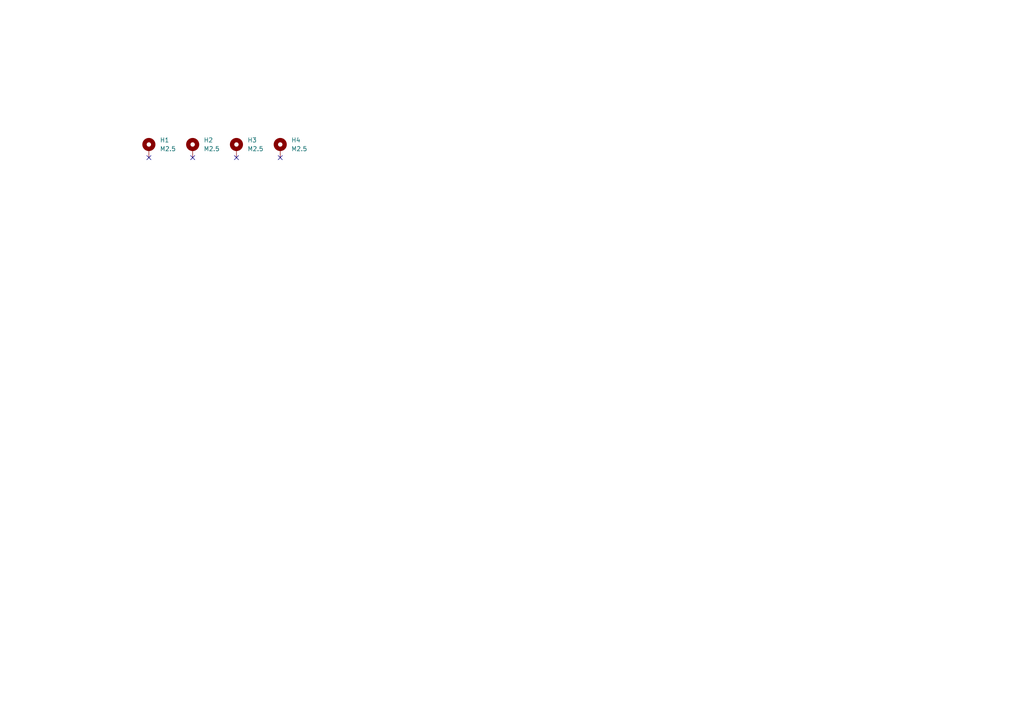
<source format=kicad_sch>
(kicad_sch (version 20230121) (generator eeschema)
  (paper "A4")
  (title_block (title "Atari SBC Case") (date "2023-09-08") (rev "1.1"))
  (lib_symbols
    (symbol "Mechanical:MountingHole_Pad" (pin_numbers hide) (pin_names (offset 1.016) hide)
      (property "Reference" "H" (at 0 6.35 0))
      (property "Value" "MountingHole_Pad" (at 0 4.445 0))
      (symbol "MountingHole_Pad_0_1"
        (circle (center 0 1.27) (radius 1.27) (stroke (width 1.27)))
      )
      (symbol "MountingHole_Pad_1_1"
        (pin input line (at 0 -2.54 90) (length 2.54) (name "1") (number "1"))
      )
    )
  )
  (no_connect (at 43.18 45.72))
  (no_connect (at 81.28 45.72))
  (no_connect (at 68.58 45.72))
  (no_connect (at 55.88 45.72))
  (symbol (lib_id "Mechanical:MountingHole_Pad") (at 55.88 43.18 0) (unit 1)
    (property "Reference" "H2" (at 59.055 40.6399 0) (effects (justify left)))
    (property "Value" "M2.5" (at 59.055 43.1799 0) (effects (justify left)))
    (property "Footprint" "MountingHole:MountingHole_2.7mm_M2.5_Pad" (effects hide))
  )
  (symbol (lib_id "Mechanical:MountingHole_Pad") (at 81.28 43.18 0) (unit 1)
    (property "Reference" "H4" (at 84.455 40.6399 0) (effects (justify left)))
    (property "Value" "M2.5" (at 84.455 43.1799 0) (effects (justify left)))
    (property "Footprint" "MountingHole:MountingHole_2.7mm_M2.5_Pad" (effects hide))
  )
  (symbol (lib_id "Mechanical:MountingHole_Pad") (at 43.18 43.18 0) (unit 1)
    (property "Reference" "H1" (at 46.355 40.6399 0) (effects (justify left)))
    (property "Value" "M2.5" (at 46.355 43.1799 0) (effects (justify left)))
    (property "Footprint" "MountingHole:MountingHole_2.7mm_M2.5_Pad" (effects hide))
  )
  (symbol (lib_id "Mechanical:MountingHole_Pad") (at 68.58 43.18 0) (unit 1)
    (property "Reference" "H3" (at 71.755 40.6399 0) (effects (justify left)))
    (property "Value" "M2.5" (at 71.755 43.1799 0) (effects (justify left)))
    (property "Footprint" "MountingHole:MountingHole_2.7mm_M2.5_Pad" (effects hide))
  )
)
</source>
